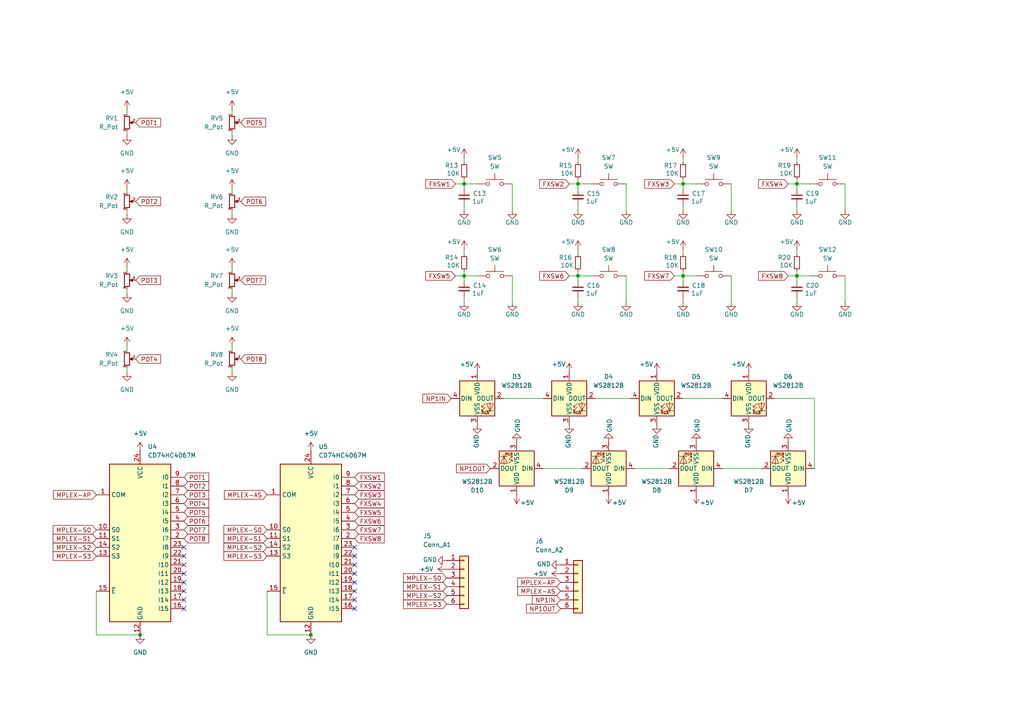
<source format=kicad_sch>
(kicad_sch (version 20231120) (generator "eeschema") (generator_version "8.0")
  (paper "A4")
  (lib_symbols
    (symbol "74xx:CD74HC4067M"
      (property "Reference" "U" (at -8.89 22.86 0))
      (property "Value" "CD74HC4067M" (at 1.27 22.86 0))
      (symbol "CD74HC4067M_0_1"
        (rectangle (start -8.89 21.59) (end 8.89 -24.13) (stroke (width 0.254)) (fill (type background)))
      )
      (symbol "CD74HC4067M_1_1"
        (pin passive line (at -12.7 12.7 0) (length 3.81) (name "COM") (number "1"))
        (pin input line (at -12.7 2.54 0) (length 3.81) (name "S0") (number "10"))
        (pin input line (at -12.7 0 0) (length 3.81) (name "S1") (number "11"))
        (pin power_in line (at 0 -27.94 90) (length 3.81) (name "GND") (number "12"))
        (pin input line (at -12.7 -5.08 0) (length 3.81) (name "S3") (number "13"))
        (pin input line (at -12.7 -2.54 0) (length 3.81) (name "S2") (number "14"))
        (pin input line (at -12.7 -15.24 0) (length 3.81) (name "~{E}") (number "15"))
        (pin passive line (at 12.7 -20.32 180) (length 3.81) (name "I15") (number "16"))
        (pin passive line (at 12.7 -17.78 180) (length 3.81) (name "I14") (number "17"))
        (pin passive line (at 12.7 -15.24 180) (length 3.81) (name "I13") (number "18"))
        (pin passive line (at 12.7 -12.7 180) (length 3.81) (name "I12") (number "19"))
        (pin passive line (at 12.7 0 180) (length 3.81) (name "I7") (number "2"))
        (pin passive line (at 12.7 -10.16 180) (length 3.81) (name "I11") (number "20"))
        (pin passive line (at 12.7 -7.62 180) (length 3.81) (name "I10") (number "21"))
        (pin passive line (at 12.7 -5.08 180) (length 3.81) (name "I9") (number "22"))
        (pin passive line (at 12.7 -2.54 180) (length 3.81) (name "I8") (number "23"))
        (pin power_in line (at 0 25.4 270) (length 3.81) (name "VCC") (number "24"))
        (pin passive line (at 12.7 2.54 180) (length 3.81) (name "I6") (number "3"))
        (pin passive line (at 12.7 5.08 180) (length 3.81) (name "I5") (number "4"))
        (pin passive line (at 12.7 7.62 180) (length 3.81) (name "I4") (number "5"))
        (pin passive line (at 12.7 10.16 180) (length 3.81) (name "I3") (number "6"))
        (pin passive line (at 12.7 12.7 180) (length 3.81) (name "I2") (number "7"))
        (pin passive line (at 12.7 15.24 180) (length 3.81) (name "I1") (number "8"))
        (pin passive line (at 12.7 17.78 180) (length 3.81) (name "I0") (number "9"))
      )
    )
    (symbol "Connector_Generic:Conn_01x06" (pin_names (offset 1.016) hide)
      (property "Reference" "J" (at 0 7.62 0))
      (property "Value" "Conn_01x06" (at 0 -10.16 0))
      (symbol "Conn_01x06_1_1"
        (rectangle (start -1.27 -7.493) (end 0 -7.747) (stroke (width 0.1524)))
        (rectangle (start -1.27 -4.953) (end 0 -5.207) (stroke (width 0.1524)))
        (rectangle (start -1.27 -2.413) (end 0 -2.667) (stroke (width 0.1524)))
        (rectangle (start -1.27 0.127) (end 0 -0.127) (stroke (width 0.1524)))
        (rectangle (start -1.27 2.667) (end 0 2.413) (stroke (width 0.1524)))
        (rectangle (start -1.27 5.207) (end 0 4.953) (stroke (width 0.1524)))
        (rectangle (start -1.27 6.35) (end 1.27 -8.89) (stroke (width 0.254)) (fill (type background)))
        (pin passive line (at -5.08 5.08 0) (length 3.81) (name "Pin_1") (number "1"))
        (pin passive line (at -5.08 2.54 0) (length 3.81) (name "Pin_2") (number "2"))
        (pin passive line (at -5.08 0 0) (length 3.81) (name "Pin_3") (number "3"))
        (pin passive line (at -5.08 -2.54 0) (length 3.81) (name "Pin_4") (number "4"))
        (pin passive line (at -5.08 -5.08 0) (length 3.81) (name "Pin_5") (number "5"))
        (pin passive line (at -5.08 -7.62 0) (length 3.81) (name "Pin_6") (number "6"))
      )
    )
    (symbol "Device:C_Small" (pin_numbers hide) (pin_names (offset 0.254) hide)
      (property "Reference" "C" (at 0.254 1.778 0))
      (property "Value" "C_Small" (at 0.254 -2.032 0))
      (symbol "C_Small_0_1"
        (polyline (pts (xy -1.524 -0.508) (xy 1.524 -0.508)) (stroke (width 0.3302)))
        (polyline (pts (xy -1.524 0.508) (xy 1.524 0.508)) (stroke (width 0.3048)))
      )
      (symbol "C_Small_1_1"
        (pin passive line (at 0 2.54 270) (length 2.032) (name "~") (number "1"))
        (pin passive line (at 0 -2.54 90) (length 2.032) (name "~") (number "2"))
      )
    )
    (symbol "Device:R_Potentiometer_Small" (pin_names (offset 1.016) hide)
      (property "Reference" "RV" (at -4.445 0 90))
      (property "Value" "R_Potentiometer_Small" (at -2.54 0 90))
      (symbol "R_Potentiometer_Small_0_1"
        (polyline (pts (xy 0.889 0) (xy 0.635 0) (xy 1.651 0.381) (xy 1.651 -0.381) (xy 0.635 0) (xy 0.889 0)) (fill (type outline)))
        (rectangle (start 0.762 1.8034) (end -0.762 -1.8034) (stroke (width 0.254)))
      )
      (symbol "R_Potentiometer_Small_1_1"
        (pin passive line (at 0 2.54 270) (length 0.635) (name "1") (number "1"))
        (pin passive line (at 2.54 0 180) (length 0.9906) (name "2") (number "2"))
        (pin passive line (at 0 -2.54 90) (length 0.635) (name "3") (number "3"))
      )
    )
    (symbol "Device:R_Small" (pin_numbers hide) (pin_names (offset 0.254) hide)
      (property "Reference" "R" (at 0.762 0.508 0))
      (property "Value" "R_Small" (at 0.762 -1.016 0))
      (symbol "R_Small_0_1"
        (rectangle (start -0.762 1.778) (end 0.762 -1.778) (stroke (width 0.2032)))
      )
      (symbol "R_Small_1_1"
        (pin passive line (at 0 2.54 270) (length 0.762) (name "~") (number "1"))
        (pin passive line (at 0 -2.54 90) (length 0.762) (name "~") (number "2"))
      )
    )
    (symbol "LED:WS2812B" (pin_names (offset 0.254))
      (property "Reference" "D" (at 5.08 5.715 0))
      (property "Value" "WS2812B" (at 1.27 -5.715 0))
      (symbol "WS2812B_0_0"
        (text "RGB" (at 2.286 -4.191 0) (effects (font (size 0.762 0.762))))
      )
      (symbol "WS2812B_0_1"
        (polyline (pts (xy 1.27 -3.556) (xy 1.778 -3.556)))
        (polyline (pts (xy 1.27 -2.54) (xy 1.778 -2.54)))
        (polyline (pts (xy 4.699 -3.556) (xy 2.667 -3.556)))
        (polyline (pts (xy 2.286 -2.54) (xy 1.27 -3.556) (xy 1.27 -3.048)))
        (polyline (pts (xy 2.286 -1.524) (xy 1.27 -2.54) (xy 1.27 -2.032)))
        (polyline (pts (xy 3.683 -1.016) (xy 3.683 -3.556) (xy 3.683 -4.064)))
        (polyline (pts (xy 4.699 -1.524) (xy 2.667 -1.524) (xy 3.683 -3.556) (xy 4.699 -1.524)))
        (rectangle (start 5.08 5.08) (end -5.08 -5.08) (stroke (width 0.254)) (fill (type background)))
      )
      (symbol "WS2812B_1_1"
        (pin power_in line (at 0 7.62 270) (length 2.54) (name "VDD") (number "1"))
        (pin output line (at 7.62 0 180) (length 2.54) (name "DOUT") (number "2"))
        (pin power_in line (at 0 -7.62 90) (length 2.54) (name "VSS") (number "3"))
        (pin input line (at -7.62 0 0) (length 2.54) (name "DIN") (number "4"))
      )
    )
    (symbol "Switch:SW_Push" (pin_numbers hide) (pin_names (offset 1.016) hide)
      (property "Reference" "SW" (at 1.27 2.54 0))
      (property "Value" "SW_Push" (at 0 -1.524 0))
      (symbol "SW_Push_0_1"
        (circle (center -2.032 0) (radius 0.508))
        (polyline (pts (xy 0 1.27) (xy 0 3.048)))
        (polyline (pts (xy 2.54 1.27) (xy -2.54 1.27)))
        (circle (center 2.032 0) (radius 0.508))
        (pin passive line (at -5.08 0 0) (length 2.54) (name "1") (number "1"))
        (pin passive line (at 5.08 0 180) (length 2.54) (name "2") (number "2"))
      )
    )
    (symbol "power:+5V" (power) (pin_numbers hide) (pin_names (offset 0) hide)
      (property "Value" "+5V" (at 0 3.556 0))
      (symbol "+5V_0_1"
        (polyline (pts (xy -0.762 1.27) (xy 0 2.54)))
        (polyline (pts (xy 0 0) (xy 0 2.54)))
        (polyline (pts (xy 0 2.54) (xy 0.762 1.27)))
      )
      (symbol "+5V_1_1"
        (pin power_in line (at 0 0 90) (length 0) (name "~") (number "1"))
      )
    )
    (symbol "power:GND" (power) (pin_numbers hide) (pin_names (offset 0) hide)
      (property "Value" "GND" (at 0 -3.81 0))
      (symbol "GND_0_1"
        (polyline (pts (xy 0 0) (xy 0 -1.27) (xy 1.27 -1.27) (xy 0 -2.54) (xy -1.27 -1.27) (xy 0 -1.27)))
      )
      (symbol "GND_1_1"
        (pin power_in line (at 0 0 270) (length 0) (name "~") (number "1"))
      )
    )
  )
  (junction (at 167.64 80.01))
  (junction (at 134.62 80.01))
  (junction (at 231.14 80.01))
  (junction (at 134.62 53.34))
  (junction (at 40.64 184.15))
  (junction (at 231.14 53.34))
  (junction (at 90.17 184.15))
  (junction (at 167.64 53.34))
  (junction (at 198.12 80.01))
  (junction (at 198.12 53.34))
  (no_connect (at 102.87 158.75))
  (no_connect (at 53.34 176.53))
  (no_connect (at 53.34 173.99))
  (no_connect (at 102.87 168.91))
  (no_connect (at 102.87 166.37))
  (no_connect (at 53.34 161.29))
  (no_connect (at 102.87 161.29))
  (no_connect (at 102.87 173.99))
  (no_connect (at 53.34 168.91))
  (no_connect (at 102.87 171.45))
  (no_connect (at 53.34 171.45))
  (no_connect (at 102.87 163.83))
  (no_connect (at 102.87 176.53))
  (no_connect (at 53.34 163.83))
  (no_connect (at 53.34 158.75))
  (no_connect (at 53.34 166.37))
  (wire (pts (xy 132.08 80.01) (xy 134.62 80.01)))
  (wire (pts (xy 209.55 135.89) (xy 220.98 135.89)))
  (wire (pts (xy 198.12 86.36) (xy 198.12 87.63)))
  (wire (pts (xy 67.31 31.75) (xy 67.31 33.02)))
  (wire (pts (xy 231.14 80.01) (xy 234.95 80.01)))
  (wire (pts (xy 231.14 80.01) (xy 231.14 78.74)))
  (wire (pts (xy 67.31 54.61) (xy 67.31 55.88)))
  (wire (pts (xy 198.12 72.39) (xy 198.12 73.66)))
  (wire (pts (xy 231.14 81.28) (xy 231.14 80.01)))
  (wire (pts (xy 198.12 59.69) (xy 198.12 60.96)))
  (wire (pts (xy 228.6 80.01) (xy 231.14 80.01)))
  (wire (pts (xy 231.14 72.39) (xy 231.14 73.66)))
  (wire (pts (xy 134.62 80.01) (xy 138.43 80.01)))
  (wire (pts (xy 77.47 184.15) (xy 90.17 184.15)))
  (wire (pts (xy 167.64 86.36) (xy 167.64 87.63)))
  (wire (pts (xy 231.14 54.61) (xy 231.14 53.34)))
  (wire (pts (xy 228.6 53.34) (xy 231.14 53.34)))
  (wire (pts (xy 67.31 60.96) (xy 67.31 62.23)))
  (wire (pts (xy 165.1 53.34) (xy 167.64 53.34)))
  (wire (pts (xy 167.64 54.61) (xy 167.64 53.34)))
  (wire (pts (xy 67.31 38.1) (xy 67.31 39.37)))
  (wire (pts (xy 245.11 53.34) (xy 245.11 60.96)))
  (wire (pts (xy 27.94 184.15) (xy 40.64 184.15)))
  (wire (pts (xy 231.14 45.72) (xy 231.14 46.99)))
  (wire (pts (xy 198.12 80.01) (xy 198.12 78.74)))
  (wire (pts (xy 236.22 115.57) (xy 236.22 135.89)))
  (wire (pts (xy 198.12 80.01) (xy 201.93 80.01)))
  (wire (pts (xy 181.61 53.34) (xy 181.61 60.96)))
  (wire (pts (xy 181.61 80.01) (xy 181.61 87.63)))
  (wire (pts (xy 198.12 115.57) (xy 209.55 115.57)))
  (wire (pts (xy 146.05 115.57) (xy 157.48 115.57)))
  (wire (pts (xy 231.14 53.34) (xy 234.95 53.34)))
  (wire (pts (xy 167.64 45.72) (xy 167.64 46.99)))
  (wire (pts (xy 195.58 80.01) (xy 198.12 80.01)))
  (wire (pts (xy 134.62 45.72) (xy 134.62 46.99)))
  (wire (pts (xy 231.14 86.36) (xy 231.14 87.63)))
  (wire (pts (xy 172.72 115.57) (xy 182.88 115.57)))
  (wire (pts (xy 67.31 83.82) (xy 67.31 85.09)))
  (wire (pts (xy 167.64 81.28) (xy 167.64 80.01)))
  (wire (pts (xy 167.64 80.01) (xy 171.45 80.01)))
  (wire (pts (xy 36.83 83.82) (xy 36.83 85.09)))
  (wire (pts (xy 212.09 53.34) (xy 212.09 60.96)))
  (wire (pts (xy 132.08 53.34) (xy 134.62 53.34)))
  (wire (pts (xy 134.62 53.34) (xy 138.43 53.34)))
  (wire (pts (xy 67.31 77.47) (xy 67.31 78.74)))
  (wire (pts (xy 148.59 80.01) (xy 148.59 87.63)))
  (wire (pts (xy 134.62 54.61) (xy 134.62 53.34)))
  (wire (pts (xy 134.62 72.39) (xy 134.62 73.66)))
  (wire (pts (xy 77.47 171.45) (xy 77.47 184.15)))
  (wire (pts (xy 198.12 54.61) (xy 198.12 53.34)))
  (wire (pts (xy 167.64 53.34) (xy 171.45 53.34)))
  (wire (pts (xy 167.64 80.01) (xy 167.64 78.74)))
  (wire (pts (xy 67.31 100.33) (xy 67.31 101.6)))
  (wire (pts (xy 224.79 115.57) (xy 236.22 115.57)))
  (wire (pts (xy 167.64 53.34) (xy 167.64 52.07)))
  (wire (pts (xy 36.83 106.68) (xy 36.83 107.95)))
  (wire (pts (xy 134.62 86.36) (xy 134.62 87.63)))
  (wire (pts (xy 165.1 80.01) (xy 167.64 80.01)))
  (wire (pts (xy 134.62 53.34) (xy 134.62 52.07)))
  (wire (pts (xy 134.62 81.28) (xy 134.62 80.01)))
  (wire (pts (xy 36.83 77.47) (xy 36.83 78.74)))
  (wire (pts (xy 36.83 54.61) (xy 36.83 55.88)))
  (wire (pts (xy 231.14 59.69) (xy 231.14 60.96)))
  (wire (pts (xy 231.14 53.34) (xy 231.14 52.07)))
  (wire (pts (xy 195.58 53.34) (xy 198.12 53.34)))
  (wire (pts (xy 36.83 100.33) (xy 36.83 101.6)))
  (wire (pts (xy 27.94 171.45) (xy 27.94 184.15)))
  (wire (pts (xy 157.48 135.89) (xy 168.91 135.89)))
  (wire (pts (xy 148.59 53.34) (xy 148.59 60.96)))
  (wire (pts (xy 184.15 135.89) (xy 194.31 135.89)))
  (wire (pts (xy 167.64 72.39) (xy 167.64 73.66)))
  (wire (pts (xy 198.12 81.28) (xy 198.12 80.01)))
  (wire (pts (xy 245.11 80.01) (xy 245.11 87.63)))
  (wire (pts (xy 36.83 38.1) (xy 36.83 39.37)))
  (wire (pts (xy 198.12 53.34) (xy 198.12 52.07)))
  (wire (pts (xy 67.31 106.68) (xy 67.31 107.95)))
  (wire (pts (xy 134.62 59.69) (xy 134.62 60.96)))
  (wire (pts (xy 36.83 60.96) (xy 36.83 62.23)))
  (wire (pts (xy 198.12 53.34) (xy 201.93 53.34)))
  (wire (pts (xy 198.12 45.72) (xy 198.12 46.99)))
  (wire (pts (xy 167.64 59.69) (xy 167.64 60.96)))
  (wire (pts (xy 134.62 80.01) (xy 134.62 78.74)))
  (wire (pts (xy 36.83 31.75) (xy 36.83 33.02)))
  (wire (pts (xy 212.09 80.01) (xy 212.09 87.63)))
  (global_label "MPLEX-S0" (shape input) (at 27.94 153.67 180) (property "Intersheetrefs" "${INTERSHEET_REFS}" (effects (hide yes))))
  (global_label "MPLEX-AP" (shape input) (at 27.94 143.51 180) (property "Intersheetrefs" "${INTERSHEET_REFS}" (effects (hide yes))))
  (global_label "FXSW7" (shape input) (at 102.87 153.67 0) (property "Intersheetrefs" "${INTERSHEET_REFS}" (effects (hide yes))))
  (global_label "FXSW8" (shape input) (at 228.6 80.01 180) (property "Intersheetrefs" "${INTERSHEET_REFS}" (effects (hide yes))))
  (global_label "FXSW5" (shape input) (at 132.08 80.01 180) (property "Intersheetrefs" "${INTERSHEET_REFS}" (effects (hide yes))))
  (global_label "FXSW6" (shape input) (at 102.87 151.13 0) (property "Intersheetrefs" "${INTERSHEET_REFS}" (effects (hide yes))))
  (global_label "MPLEX-S1" (shape input) (at 77.47 156.21 180) (property "Intersheetrefs" "${INTERSHEET_REFS}" (effects (hide yes))))
  (global_label "POT2" (shape input) (at 39.37 58.42 0) (property "Intersheetrefs" "${INTERSHEET_REFS}" (effects (hide yes))))
  (global_label "MPLEX-S3" (shape input) (at 129.54 175.26 180) (property "Intersheetrefs" "${INTERSHEET_REFS}" (effects (hide yes))))
  (global_label "POT1" (shape input) (at 39.37 35.56 0) (property "Intersheetrefs" "${INTERSHEET_REFS}" (effects (hide yes))))
  (global_label "FXSW7" (shape input) (at 195.58 80.01 180) (property "Intersheetrefs" "${INTERSHEET_REFS}" (effects (hide yes))))
  (global_label "MPLEX-S0" (shape input) (at 77.47 153.67 180) (property "Intersheetrefs" "${INTERSHEET_REFS}" (effects (hide yes))))
  (global_label "FXSW4" (shape input) (at 102.87 146.05 0) (property "Intersheetrefs" "${INTERSHEET_REFS}" (effects (hide yes))))
  (global_label "MPLEX-AP" (shape input) (at 162.56 168.91 180) (property "Intersheetrefs" "${INTERSHEET_REFS}" (effects (hide yes))))
  (global_label "NP1IN" (shape input) (at 130.81 115.57 180) (property "Intersheetrefs" "${INTERSHEET_REFS}" (effects (hide yes))))
  (global_label "FXSW5" (shape input) (at 102.87 148.59 0) (property "Intersheetrefs" "${INTERSHEET_REFS}" (effects (hide yes))))
  (global_label "FXSW4" (shape input) (at 228.6 53.34 180) (property "Intersheetrefs" "${INTERSHEET_REFS}" (effects (hide yes))))
  (global_label "POT2" (shape input) (at 53.34 140.97 0) (property "Intersheetrefs" "${INTERSHEET_REFS}" (effects (hide yes))))
  (global_label "NP1OUT" (shape input) (at 162.56 176.53 180) (property "Intersheetrefs" "${INTERSHEET_REFS}" (effects (hide yes))))
  (global_label "FXSW1" (shape input) (at 132.08 53.34 180) (property "Intersheetrefs" "${INTERSHEET_REFS}" (effects (hide yes))))
  (global_label "POT3" (shape input) (at 39.37 81.28 0) (property "Intersheetrefs" "${INTERSHEET_REFS}" (effects (hide yes))))
  (global_label "POT5" (shape input) (at 69.85 35.56 0) (property "Intersheetrefs" "${INTERSHEET_REFS}" (effects (hide yes))))
  (global_label "MPLEX-S1" (shape input) (at 27.94 156.21 180) (property "Intersheetrefs" "${INTERSHEET_REFS}" (effects (hide yes))))
  (global_label "FXSW2" (shape input) (at 165.1 53.34 180) (property "Intersheetrefs" "${INTERSHEET_REFS}" (effects (hide yes))))
  (global_label "MPLEX-S1" (shape input) (at 129.54 170.18 180) (property "Intersheetrefs" "${INTERSHEET_REFS}" (effects (hide yes))))
  (global_label "MPLEX-S3" (shape input) (at 77.47 161.29 180) (property "Intersheetrefs" "${INTERSHEET_REFS}" (effects (hide yes))))
  (global_label "MPLEX-AS" (shape input) (at 77.47 143.51 180) (property "Intersheetrefs" "${INTERSHEET_REFS}" (effects (hide yes))))
  (global_label "FXSW3" (shape input) (at 195.58 53.34 180) (property "Intersheetrefs" "${INTERSHEET_REFS}" (effects (hide yes))))
  (global_label "POT4" (shape input) (at 53.34 146.05 0) (property "Intersheetrefs" "${INTERSHEET_REFS}" (effects (hide yes))))
  (global_label "POT8" (shape input) (at 69.85 104.14 0) (property "Intersheetrefs" "${INTERSHEET_REFS}" (effects (hide yes))))
  (global_label "POT3" (shape input) (at 53.34 143.51 0) (property "Intersheetrefs" "${INTERSHEET_REFS}" (effects (hide yes))))
  (global_label "MPLEX-AS" (shape input) (at 162.56 171.45 180) (property "Intersheetrefs" "${INTERSHEET_REFS}" (effects (hide yes))))
  (global_label "POT7" (shape input) (at 53.34 153.67 0) (property "Intersheetrefs" "${INTERSHEET_REFS}" (effects (hide yes))))
  (global_label "FXSW8" (shape input) (at 102.87 156.21 0) (property "Intersheetrefs" "${INTERSHEET_REFS}" (effects (hide yes))))
  (global_label "NP1OUT" (shape input) (at 142.24 135.89 180) (property "Intersheetrefs" "${INTERSHEET_REFS}" (effects (hide yes))))
  (global_label "NP1IN" (shape input) (at 162.56 173.99 180) (property "Intersheetrefs" "${INTERSHEET_REFS}" (effects (hide yes))))
  (global_label "POT6" (shape input) (at 69.85 58.42 0) (property "Intersheetrefs" "${INTERSHEET_REFS}" (effects (hide yes))))
  (global_label "MPLEX-S3" (shape input) (at 27.94 161.29 180) (property "Intersheetrefs" "${INTERSHEET_REFS}" (effects (hide yes))))
  (global_label "POT8" (shape input) (at 53.34 156.21 0) (property "Intersheetrefs" "${INTERSHEET_REFS}" (effects (hide yes))))
  (global_label "POT7" (shape input) (at 69.85 81.28 0) (property "Intersheetrefs" "${INTERSHEET_REFS}" (effects (hide yes))))
  (global_label "POT4" (shape input) (at 39.37 104.14 0) (property "Intersheetrefs" "${INTERSHEET_REFS}" (effects (hide yes))))
  (global_label "POT1" (shape input) (at 53.34 138.43 0) (property "Intersheetrefs" "${INTERSHEET_REFS}" (effects (hide yes))))
  (global_label "FXSW6" (shape input) (at 165.1 80.01 180) (property "Intersheetrefs" "${INTERSHEET_REFS}" (effects (hide yes))))
  (global_label "MPLEX-S2" (shape input) (at 77.47 158.75 180) (property "Intersheetrefs" "${INTERSHEET_REFS}" (effects (hide yes))))
  (global_label "POT6" (shape input) (at 53.34 151.13 0) (property "Intersheetrefs" "${INTERSHEET_REFS}" (effects (hide yes))))
  (global_label "FXSW3" (shape input) (at 102.87 143.51 0) (property "Intersheetrefs" "${INTERSHEET_REFS}" (effects (hide yes))))
  (global_label "MPLEX-S2" (shape input) (at 129.54 172.72 180) (property "Intersheetrefs" "${INTERSHEET_REFS}" (effects (hide yes))))
  (global_label "MPLEX-S2" (shape input) (at 27.94 158.75 180) (property "Intersheetrefs" "${INTERSHEET_REFS}" (effects (hide yes))))
  (global_label "POT5" (shape input) (at 53.34 148.59 0) (property "Intersheetrefs" "${INTERSHEET_REFS}" (effects (hide yes))))
  (global_label "MPLEX-S0" (shape input) (at 129.54 167.64 180) (property "Intersheetrefs" "${INTERSHEET_REFS}" (effects (hide yes))))
  (global_label "FXSW1" (shape input) (at 102.87 138.43 0) (property "Intersheetrefs" "${INTERSHEET_REFS}" (effects (hide yes))))
  (global_label "FXSW2" (shape input) (at 102.87 140.97 0) (property "Intersheetrefs" "${INTERSHEET_REFS}" (effects (hide yes))))
  (symbol (lib_id "Device:R_Potentiometer_Small") (at 36.83 35.56 0) (unit 1)
    (property "Reference" "RV1" (at 34.29 34.2899 0) (effects (justify right)))
    (property "Value" "R_Pot" (at 34.29 36.8299 0) (effects (justify right)))
    (property "Description" "Potentiometer" (effects (hide yes)))
  )
  (symbol (lib_id "LED:WS2812B") (at 217.17 115.57 0) (unit 1)
    (property "Reference" "D6" (at 228.6 109.2514 0))
    (property "Value" "WS2812B" (at 228.6 111.7914 0))
    (property "Footprint" "LED_SMD:LED_WS2812B_PLCC4_5.0x5.0mm_P3.2mm" (effects (hide yes)))
    (property "Datasheet" "https://cdn-shop.adafruit.com/datasheets/WS2812B.pdf" (effects (hide yes)))
    (property "Description" "RGB LED with integrated controller" (effects (hide yes)))
  )
  (symbol (lib_id "Switch:SW_Push") (at 207.01 80.01 0) (unit 1)
    (property "Reference" "SW10" (at 207.01 72.39 0))
    (property "Value" "SW" (at 207.01 74.93 0))
    (property "Description" "Push button switch, generic, two pins" (effects (hide yes)))
  )
  (symbol (lib_id "power:GND") (at 67.31 85.09 0) (mirror y) (unit 1)
    (property "Reference" "#PWR014" (effects (hide yes)))
    (property "Value" "GND" (at 67.31 90.17 0))
    (property "Description" "Power symbol creates a global label with name \"GND\" , ground" (effects (hide yes)))
  )
  (symbol (lib_id "power:GND") (at 201.93 128.27 0) (mirror x) (unit 1)
    (property "Reference" "#PWR0103" (effects (hide yes)))
    (property "Value" "GND" (at 202.184 123.444 90))
    (property "Description" "Power symbol creates a global label with name \"GND\" , ground" (effects (hide yes)))
  )
  (symbol (lib_id "power:GND") (at 134.62 60.96 0) (mirror y) (unit 1)
    (property "Reference" "#PWR050" (effects (hide yes)))
    (property "Value" "GND" (at 134.62 64.516 0))
    (property "Description" "Power symbol creates a global label with name \"GND\" , ground" (effects (hide yes)))
  )
  (symbol (lib_id "Device:R_Small") (at 167.64 76.2 0) (unit 1)
    (property "Reference" "R16" (at 162.052 74.676 0) (effects (justify left)))
    (property "Value" "10K" (at 162.56 76.962 0) (effects (justify left)))
    (property "Description" "Resistor, small symbol" (effects (hide yes)))
  )
  (symbol (lib_id "Device:R_Small") (at 134.62 76.2 0) (unit 1)
    (property "Reference" "R14" (at 129.032 74.676 0) (effects (justify left)))
    (property "Value" "10K" (at 129.54 76.962 0) (effects (justify left)))
    (property "Description" "Resistor, small symbol" (effects (hide yes)))
  )
  (symbol (lib_id "Device:R_Small") (at 231.14 49.53 0) (unit 1)
    (property "Reference" "R19" (at 225.552 48.006 0) (effects (justify left)))
    (property "Value" "10K" (at 226.06 50.292 0) (effects (justify left)))
    (property "Description" "Resistor, small symbol" (effects (hide yes)))
  )
  (symbol (lib_id "power:GND") (at 149.86 128.27 0) (mirror x) (unit 1)
    (property "Reference" "#PWR0107" (effects (hide yes)))
    (property "Value" "GND" (at 150.114 123.444 90))
    (property "Description" "Power symbol creates a global label with name \"GND\" , ground" (effects (hide yes)))
  )
  (symbol (lib_id "power:GND") (at 245.11 87.63 0) (mirror y) (unit 1)
    (property "Reference" "#PWR072" (effects (hide yes)))
    (property "Value" "GND" (at 245.11 91.186 0))
    (property "Description" "Power symbol creates a global label with name \"GND\" , ground" (effects (hide yes)))
  )
  (symbol (lib_id "power:+5V") (at 201.93 143.51 180) (unit 1)
    (property "Reference" "#PWR0102" (effects (hide yes)))
    (property "Value" "+5V" (at 204.978 145.796 0))
    (property "Description" "Power symbol creates a global label with name \"+5V\"" (effects (hide yes)))
  )
  (symbol (lib_id "74xx:CD74HC4067M") (at 90.17 156.21 0) (unit 1)
    (property "Reference" "U5" (at 92.3641 129.54 0) (effects (justify left)))
    (property "Value" "CD74HC4067M" (at 92.3641 132.08 0) (effects (justify left)))
    (property "Footprint" "Package_SO:SOIC-24W_7.5x15.4mm_P1.27mm" (effects (hide yes)))
    (property "Datasheet" "http://www.ti.com/lit/ds/symlink/cd74hc4067.pdf" (effects (hide yes)))
    (property "Description" "High-Speed CMOS Logic 16-Channel Analog Multiplexer/Demultiplexer, SOIC-24" (effects (hide yes)))
  )
  (symbol (lib_id "Device:R_Potentiometer_Small") (at 67.31 58.42 0) (unit 1)
    (property "Reference" "RV6" (at 64.77 57.1499 0) (effects (justify right)))
    (property "Value" "R_Pot" (at 64.77 59.6899 0) (effects (justify right)))
    (property "Description" "Potentiometer" (effects (hide yes)))
  )
  (symbol (lib_id "Device:R_Potentiometer_Small") (at 67.31 35.56 0) (unit 1)
    (property "Reference" "RV5" (at 64.77 34.2899 0) (effects (justify right)))
    (property "Value" "R_Pot" (at 64.77 36.8299 0) (effects (justify right)))
    (property "Description" "Potentiometer" (effects (hide yes)))
  )
  (symbol (lib_id "Device:R_Small") (at 167.64 49.53 0) (unit 1)
    (property "Reference" "R15" (at 162.052 48.006 0) (effects (justify left)))
    (property "Value" "10K" (at 162.56 50.292 0) (effects (justify left)))
    (property "Description" "Resistor, small symbol" (effects (hide yes)))
  )
  (symbol (lib_id "Device:R_Small") (at 134.62 49.53 0) (unit 1)
    (property "Reference" "R13" (at 129.032 48.006 0) (effects (justify left)))
    (property "Value" "10K" (at 129.54 50.292 0) (effects (justify left)))
    (property "Description" "Resistor, small symbol" (effects (hide yes)))
  )
  (symbol (lib_id "power:+5V") (at 36.83 31.75 0) (unit 1)
    (property "Reference" "#PWR01" (effects (hide yes)))
    (property "Value" "+5V" (at 36.83 26.67 0))
    (property "Description" "Power symbol creates a global label with name \"+5V\"" (effects (hide yes)))
  )
  (symbol (lib_id "power:GND") (at 36.83 85.09 0) (mirror y) (unit 1)
    (property "Reference" "#PWR06" (effects (hide yes)))
    (property "Value" "GND" (at 36.83 90.17 0))
    (property "Description" "Power symbol creates a global label with name \"GND\" , ground" (effects (hide yes)))
  )
  (symbol (lib_id "power:GND") (at 167.64 87.63 0) (mirror y) (unit 1)
    (property "Reference" "#PWR058" (effects (hide yes)))
    (property "Value" "GND" (at 167.64 91.186 0))
    (property "Description" "Power symbol creates a global label with name \"GND\" , ground" (effects (hide yes)))
  )
  (symbol (lib_id "power:+5V") (at 134.62 72.39 0) (unit 1)
    (property "Reference" "#PWR051" (effects (hide yes)))
    (property "Value" "+5V" (at 131.572 70.104 0))
    (property "Description" "Power symbol creates a global label with name \"+5V\"" (effects (hide yes)))
  )
  (symbol (lib_id "LED:WS2812B") (at 228.6 135.89 180) (unit 1)
    (property "Reference" "D7" (at 217.17 142.2086 0))
    (property "Value" "WS2812B" (at 217.17 139.6686 0))
    (property "Footprint" "LED_SMD:LED_WS2812B_PLCC4_5.0x5.0mm_P3.2mm" (effects (hide yes)))
    (property "Datasheet" "https://cdn-shop.adafruit.com/datasheets/WS2812B.pdf" (effects (hide yes)))
    (property "Description" "RGB LED with integrated controller" (effects (hide yes)))
  )
  (symbol (lib_id "Switch:SW_Push") (at 207.01 53.34 0) (unit 1)
    (property "Reference" "SW9" (at 207.01 45.72 0))
    (property "Value" "SW" (at 207.01 48.26 0))
    (property "Description" "Push button switch, generic, two pins" (effects (hide yes)))
  )
  (symbol (lib_id "Switch:SW_Push") (at 176.53 53.34 0) (unit 1)
    (property "Reference" "SW7" (at 176.53 45.72 0))
    (property "Value" "SW" (at 176.53 48.26 0))
    (property "Description" "Push button switch, generic, two pins" (effects (hide yes)))
  )
  (symbol (lib_id "Device:C_Small") (at 231.14 57.15 0) (unit 1)
    (property "Reference" "C19" (at 233.68 56.134 0) (effects (justify left)))
    (property "Value" "1uF" (at 233.426 58.42 0) (effects (justify left)))
    (property "Description" "Unpolarized capacitor, small symbol" (effects (hide yes)))
  )
  (symbol (lib_id "power:+5V") (at 40.64 130.81 0) (unit 1)
    (property "Reference" "#PWR0108" (effects (hide yes)))
    (property "Value" "+5V" (at 40.64 125.73 0))
    (property "Description" "Power symbol creates a global label with name \"+5V\"" (effects (hide yes)))
  )
  (symbol (lib_id "power:+5V") (at 36.83 77.47 0) (unit 1)
    (property "Reference" "#PWR05" (effects (hide yes)))
    (property "Value" "+5V" (at 36.83 72.39 0))
    (property "Description" "Power symbol creates a global label with name \"+5V\"" (effects (hide yes)))
  )
  (symbol (lib_id "power:+5V") (at 167.64 72.39 0) (unit 1)
    (property "Reference" "#PWR057" (effects (hide yes)))
    (property "Value" "+5V" (at 164.592 70.104 0))
    (property "Description" "Power symbol creates a global label with name \"+5V\"" (effects (hide yes)))
  )
  (symbol (lib_id "Device:R_Small") (at 198.12 49.53 0) (unit 1)
    (property "Reference" "R17" (at 192.532 48.006 0) (effects (justify left)))
    (property "Value" "10K" (at 193.04 50.292 0) (effects (justify left)))
    (property "Description" "Resistor, small symbol" (effects (hide yes)))
  )
  (symbol (lib_id "power:+5V") (at 198.12 72.39 0) (unit 1)
    (property "Reference" "#PWR063" (effects (hide yes)))
    (property "Value" "+5V" (at 195.072 70.104 0))
    (property "Description" "Power symbol creates a global label with name \"+5V\"" (effects (hide yes)))
  )
  (symbol (lib_id "power:GND") (at 167.64 60.96 0) (mirror y) (unit 1)
    (property "Reference" "#PWR056" (effects (hide yes)))
    (property "Value" "GND" (at 167.64 64.516 0))
    (property "Description" "Power symbol creates a global label with name \"GND\" , ground" (effects (hide yes)))
  )
  (symbol (lib_id "power:GND") (at 231.14 60.96 0) (mirror y) (unit 1)
    (property "Reference" "#PWR068" (effects (hide yes)))
    (property "Value" "GND" (at 231.14 64.516 0))
    (property "Description" "Power symbol creates a global label with name \"GND\" , ground" (effects (hide yes)))
  )
  (symbol (lib_id "power:+5V") (at 67.31 31.75 0) (unit 1)
    (property "Reference" "#PWR09" (effects (hide yes)))
    (property "Value" "+5V" (at 67.31 26.67 0))
    (property "Description" "Power symbol creates a global label with name \"+5V\"" (effects (hide yes)))
  )
  (symbol (lib_id "power:GND") (at 165.1 123.19 0) (mirror y) (unit 1)
    (property "Reference" "#PWR095" (effects (hide yes)))
    (property "Value" "GND" (at 164.846 128.016 90))
    (property "Description" "Power symbol creates a global label with name \"GND\" , ground" (effects (hide yes)))
  )
  (symbol (lib_id "Device:C_Small") (at 231.14 83.82 0) (unit 1)
    (property "Reference" "C20" (at 233.68 82.804 0) (effects (justify left)))
    (property "Value" "1uF" (at 233.426 85.09 0) (effects (justify left)))
    (property "Description" "Unpolarized capacitor, small symbol" (effects (hide yes)))
  )
  (symbol (lib_id "Device:R_Potentiometer_Small") (at 67.31 81.28 0) (unit 1)
    (property "Reference" "RV7" (at 64.77 80.0099 0) (effects (justify right)))
    (property "Value" "R_Pot" (at 64.77 82.5499 0) (effects (justify right)))
    (property "Description" "Potentiometer" (effects (hide yes)))
  )
  (symbol (lib_id "power:+5V") (at 134.62 45.72 0) (unit 1)
    (property "Reference" "#PWR049" (effects (hide yes)))
    (property "Value" "+5V" (at 131.572 43.434 0))
    (property "Description" "Power symbol creates a global label with name \"+5V\"" (effects (hide yes)))
  )
  (symbol (lib_id "power:GND") (at 36.83 107.95 0) (mirror y) (unit 1)
    (property "Reference" "#PWR08" (effects (hide yes)))
    (property "Value" "GND" (at 36.83 113.03 0))
    (property "Description" "Power symbol creates a global label with name \"GND\" , ground" (effects (hide yes)))
  )
  (symbol (lib_id "74xx:CD74HC4067M") (at 40.64 156.21 0) (unit 1)
    (property "Reference" "U4" (at 42.8341 129.54 0) (effects (justify left)))
    (property "Value" "CD74HC4067M" (at 42.8341 132.08 0) (effects (justify left)))
    (property "Footprint" "Package_SO:SOIC-24W_7.5x15.4mm_P1.27mm" (effects (hide yes)))
    (property "Datasheet" "http://www.ti.com/lit/ds/symlink/cd74hc4067.pdf" (effects (hide yes)))
    (property "Description" "High-Speed CMOS Logic 16-Channel Analog Multiplexer/Demultiplexer, SOIC-24" (effects (hide yes)))
  )
  (symbol (lib_id "power:+5V") (at 231.14 72.39 0) (unit 1)
    (property "Reference" "#PWR069" (effects (hide yes)))
    (property "Value" "+5V" (at 228.092 70.104 0))
    (property "Description" "Power symbol creates a global label with name \"+5V\"" (effects (hide yes)))
  )
  (symbol (lib_id "power:+5V") (at 176.53 143.51 180) (unit 1)
    (property "Reference" "#PWR0104" (effects (hide yes)))
    (property "Value" "+5V" (at 179.578 145.796 0))
    (property "Description" "Power symbol creates a global label with name \"+5V\"" (effects (hide yes)))
  )
  (symbol (lib_id "LED:WS2812B") (at 190.5 115.57 0) (unit 1)
    (property "Reference" "D5" (at 201.93 109.2514 0))
    (property "Value" "WS2812B" (at 201.93 111.7914 0))
    (property "Footprint" "LED_SMD:LED_WS2812B_PLCC4_5.0x5.0mm_P3.2mm" (effects (hide yes)))
    (property "Datasheet" "https://cdn-shop.adafruit.com/datasheets/WS2812B.pdf" (effects (hide yes)))
    (property "Description" "RGB LED with integrated controller" (effects (hide yes)))
  )
  (symbol (lib_id "power:GND") (at 40.64 184.15 0) (mirror y) (unit 1)
    (property "Reference" "#PWR0110" (effects (hide yes)))
    (property "Value" "GND" (at 40.64 189.23 0))
    (property "Description" "Power symbol creates a global label with name \"GND\" , ground" (effects (hide yes)))
  )
  (symbol (lib_id "power:+5V") (at 129.54 165.1 90) (unit 1)
    (property "Reference" "#PWR0114" (effects (hide yes)))
    (property "Value" "+5V" (at 125.73 165.0999 90) (effects (justify left)))
    (property "Description" "Power symbol creates a global label with name \"+5V\"" (effects (hide yes)))
  )
  (symbol (lib_id "power:+5V") (at 67.31 100.33 0) (unit 1)
    (property "Reference" "#PWR015" (effects (hide yes)))
    (property "Value" "+5V" (at 67.31 95.25 0))
    (property "Description" "Power symbol creates a global label with name \"+5V\"" (effects (hide yes)))
  )
  (symbol (lib_id "power:GND") (at 198.12 87.63 0) (mirror y) (unit 1)
    (property "Reference" "#PWR064" (effects (hide yes)))
    (property "Value" "GND" (at 198.12 91.186 0))
    (property "Description" "Power symbol creates a global label with name \"GND\" , ground" (effects (hide yes)))
  )
  (symbol (lib_id "Device:R_Potentiometer_Small") (at 36.83 58.42 0) (unit 1)
    (property "Reference" "RV2" (at 34.29 57.1499 0) (effects (justify right)))
    (property "Value" "R_Pot" (at 34.29 59.6899 0) (effects (justify right)))
    (property "Description" "Potentiometer" (effects (hide yes)))
  )
  (symbol (lib_id "power:GND") (at 90.17 184.15 0) (mirror y) (unit 1)
    (property "Reference" "#PWR0111" (effects (hide yes)))
    (property "Value" "GND" (at 90.17 189.23 0))
    (property "Description" "Power symbol creates a global label with name \"GND\" , ground" (effects (hide yes)))
  )
  (symbol (lib_id "power:GND") (at 162.56 163.83 270) (mirror x) (unit 1)
    (property "Reference" "#PWR0113" (effects (hide yes)))
    (property "Value" "GND" (at 157.734 163.576 90))
    (property "Description" "Power symbol creates a global label with name \"GND\" , ground" (effects (hide yes)))
  )
  (symbol (lib_id "Switch:SW_Push") (at 240.03 53.34 0) (unit 1)
    (property "Reference" "SW11" (at 240.03 45.72 0))
    (property "Value" "SW" (at 240.03 48.26 0))
    (property "Description" "Push button switch, generic, two pins" (effects (hide yes)))
  )
  (symbol (lib_id "Device:R_Potentiometer_Small") (at 36.83 81.28 0) (unit 1)
    (property "Reference" "RV3" (at 34.29 80.0099 0) (effects (justify right)))
    (property "Value" "R_Pot" (at 34.29 82.5499 0) (effects (justify right)))
    (property "Description" "Potentiometer" (effects (hide yes)))
  )
  (symbol (lib_id "Device:R_Potentiometer_Small") (at 36.83 104.14 0) (unit 1)
    (property "Reference" "RV4" (at 34.29 102.8699 0) (effects (justify right)))
    (property "Value" "R_Pot" (at 34.29 105.4099 0) (effects (justify right)))
    (property "Description" "Potentiometer" (effects (hide yes)))
  )
  (symbol (lib_id "Device:C_Small") (at 134.62 57.15 0) (unit 1)
    (property "Reference" "C13" (at 137.16 56.134 0) (effects (justify left)))
    (property "Value" "1uF" (at 136.906 58.42 0) (effects (justify left)))
    (property "Description" "Unpolarized capacitor, small symbol" (effects (hide yes)))
  )
  (symbol (lib_id "power:+5V") (at 167.64 45.72 0) (unit 1)
    (property "Reference" "#PWR055" (effects (hide yes)))
    (property "Value" "+5V" (at 164.592 43.434 0))
    (property "Description" "Power symbol creates a global label with name \"+5V\"" (effects (hide yes)))
  )
  (symbol (lib_id "power:GND") (at 148.59 60.96 0) (mirror y) (unit 1)
    (property "Reference" "#PWR053" (effects (hide yes)))
    (property "Value" "GND" (at 148.59 64.516 0))
    (property "Description" "Power symbol creates a global label with name \"GND\" , ground" (effects (hide yes)))
  )
  (symbol (lib_id "power:GND") (at 231.14 87.63 0) (mirror y) (unit 1)
    (property "Reference" "#PWR070" (effects (hide yes)))
    (property "Value" "GND" (at 231.14 91.186 0))
    (property "Description" "Power symbol creates a global label with name \"GND\" , ground" (effects (hide yes)))
  )
  (symbol (lib_id "Device:C_Small") (at 134.62 83.82 0) (unit 1)
    (property "Reference" "C14" (at 137.16 82.804 0) (effects (justify left)))
    (property "Value" "1uF" (at 136.906 85.09 0) (effects (justify left)))
    (property "Description" "Unpolarized capacitor, small symbol" (effects (hide yes)))
  )
  (symbol (lib_id "power:+5V") (at 162.56 166.37 90) (unit 1)
    (property "Reference" "#PWR0115" (effects (hide yes)))
    (property "Value" "+5V" (at 158.75 166.3699 90) (effects (justify left)))
    (property "Description" "Power symbol creates a global label with name \"+5V\"" (effects (hide yes)))
  )
  (symbol (lib_id "power:GND") (at 67.31 62.23 0) (mirror y) (unit 1)
    (property "Reference" "#PWR012" (effects (hide yes)))
    (property "Value" "GND" (at 67.31 67.31 0))
    (property "Description" "Power symbol creates a global label with name \"GND\" , ground" (effects (hide yes)))
  )
  (symbol (lib_id "Connector_Generic:Conn_01x06") (at 167.64 168.91 0) (unit 1)
    (property "Reference" "J6" (at 155.194 156.972 0) (effects (justify left)))
    (property "Value" "Conn_A2" (at 155.194 159.512 0) (effects (justify left)))
    (property "Description" "Generic connector, single row, 01x06, script generated (kicad-library-utils/schlib/autogen/connector/)" (effects (hide yes)))
  )
  (symbol (lib_id "power:GND") (at 129.54 162.56 270) (mirror x) (unit 1)
    (property "Reference" "#PWR0112" (effects (hide yes)))
    (property "Value" "GND" (at 124.714 162.306 90))
    (property "Description" "Power symbol creates a global label with name \"GND\" , ground" (effects (hide yes)))
  )
  (symbol (lib_id "power:+5V") (at 36.83 54.61 0) (unit 1)
    (property "Reference" "#PWR03" (effects (hide yes)))
    (property "Value" "+5V" (at 36.83 49.53 0))
    (property "Description" "Power symbol creates a global label with name \"+5V\"" (effects (hide yes)))
  )
  (symbol (lib_id "Device:R_Small") (at 231.14 76.2 0) (unit 1)
    (property "Reference" "R20" (at 225.552 74.676 0) (effects (justify left)))
    (property "Value" "10K" (at 226.06 76.962 0) (effects (justify left)))
    (property "Description" "Resistor, small symbol" (effects (hide yes)))
  )
  (symbol (lib_id "power:+5V") (at 228.6 143.51 180) (unit 1)
    (property "Reference" "#PWR0100" (effects (hide yes)))
    (property "Value" "+5V" (at 231.648 145.796 0))
    (property "Description" "Power symbol creates a global label with name \"+5V\"" (effects (hide yes)))
  )
  (symbol (lib_id "power:GND") (at 36.83 39.37 0) (mirror y) (unit 1)
    (property "Reference" "#PWR02" (effects (hide yes)))
    (property "Value" "GND" (at 36.83 44.45 0))
    (property "Description" "Power symbol creates a global label with name \"GND\" , ground" (effects (hide yes)))
  )
  (symbol (lib_id "power:GND") (at 228.6 128.27 0) (mirror x) (unit 1)
    (property "Reference" "#PWR0101" (effects (hide yes)))
    (property "Value" "GND" (at 228.854 123.444 90))
    (property "Description" "Power symbol creates a global label with name \"GND\" , ground" (effects (hide yes)))
  )
  (symbol (lib_id "power:+5V") (at 67.31 77.47 0) (unit 1)
    (property "Reference" "#PWR013" (effects (hide yes)))
    (property "Value" "+5V" (at 67.31 72.39 0))
    (property "Description" "Power symbol creates a global label with name \"+5V\"" (effects (hide yes)))
  )
  (symbol (lib_id "power:+5V") (at 67.31 54.61 0) (unit 1)
    (property "Reference" "#PWR011" (effects (hide yes)))
    (property "Value" "+5V" (at 67.31 49.53 0))
    (property "Description" "Power symbol creates a global label with name \"+5V\"" (effects (hide yes)))
  )
  (symbol (lib_id "power:GND") (at 67.31 39.37 0) (mirror y) (unit 1)
    (property "Reference" "#PWR010" (effects (hide yes)))
    (property "Value" "GND" (at 67.31 44.45 0))
    (property "Description" "Power symbol creates a global label with name \"GND\" , ground" (effects (hide yes)))
  )
  (symbol (lib_id "power:GND") (at 212.09 87.63 0) (mirror y) (unit 1)
    (property "Reference" "#PWR066" (effects (hide yes)))
    (property "Value" "GND" (at 212.09 91.186 0))
    (property "Description" "Power symbol creates a global label with name \"GND\" , ground" (effects (hide yes)))
  )
  (symbol (lib_id "power:+5V") (at 217.17 107.95 0) (unit 1)
    (property "Reference" "#PWR098" (effects (hide yes)))
    (property "Value" "+5V" (at 214.122 105.664 0))
    (property "Description" "Power symbol creates a global label with name \"+5V\"" (effects (hide yes)))
  )
  (symbol (lib_id "Connector_Generic:Conn_01x06") (at 134.62 167.64 0) (unit 1)
    (property "Reference" "J5" (at 122.682 155.448 0) (effects (justify left)))
    (property "Value" "Conn_A1" (at 122.682 157.988 0) (effects (justify left)))
    (property "Description" "Generic connector, single row, 01x06, script generated (kicad-library-utils/schlib/autogen/connector/)" (effects (hide yes)))
  )
  (symbol (lib_id "power:GND") (at 181.61 87.63 0) (mirror y) (unit 1)
    (property "Reference" "#PWR060" (effects (hide yes)))
    (property "Value" "GND" (at 181.61 91.186 0))
    (property "Description" "Power symbol creates a global label with name \"GND\" , ground" (effects (hide yes)))
  )
  (symbol (lib_id "power:+5V") (at 198.12 45.72 0) (unit 1)
    (property "Reference" "#PWR061" (effects (hide yes)))
    (property "Value" "+5V" (at 195.072 43.434 0))
    (property "Description" "Power symbol creates a global label with name \"+5V\"" (effects (hide yes)))
  )
  (symbol (lib_id "power:GND") (at 36.83 62.23 0) (mirror y) (unit 1)
    (property "Reference" "#PWR04" (effects (hide yes)))
    (property "Value" "GND" (at 36.83 67.31 0))
    (property "Description" "Power symbol creates a global label with name \"GND\" , ground" (effects (hide yes)))
  )
  (symbol (lib_id "LED:WS2812B") (at 138.43 115.57 0) (unit 1)
    (property "Reference" "D3" (at 149.86 109.2514 0))
    (property "Value" "WS2812B" (at 149.86 111.7914 0))
    (property "Footprint" "LED_SMD:LED_WS2812B_PLCC4_5.0x5.0mm_P3.2mm" (effects (hide yes)))
    (property "Datasheet" "https://cdn-shop.adafruit.com/datasheets/WS2812B.pdf" (effects (hide yes)))
    (property "Description" "RGB LED with integrated controller" (effects (hide yes)))
  )
  (symbol (lib_id "power:GND") (at 138.43 123.19 0) (mirror y) (unit 1)
    (property "Reference" "#PWR093" (effects (hide yes)))
    (property "Value" "GND" (at 138.176 128.016 90))
    (property "Description" "Power symbol creates a global label with name \"GND\" , ground" (effects (hide yes)))
  )
  (symbol (lib_id "LED:WS2812B") (at 149.86 135.89 180) (unit 1)
    (property "Reference" "D10" (at 138.43 142.2086 0))
    (property "Value" "WS2812B" (at 138.43 139.6686 0))
    (property "Footprint" "LED_SMD:LED_WS2812B_PLCC4_5.0x5.0mm_P3.2mm" (effects (hide yes)))
    (property "Datasheet" "https://cdn-shop.adafruit.com/datasheets/WS2812B.pdf" (effects (hide yes)))
    (property "Description" "RGB LED with integrated controller" (effects (hide yes)))
  )
  (symbol (lib_id "LED:WS2812B") (at 176.53 135.89 180) (unit 1)
    (property "Reference" "D9" (at 165.1 142.2086 0))
    (property "Value" "WS2812B" (at 165.1 139.6686 0))
    (property "Footprint" "LED_SMD:LED_WS2812B_PLCC4_5.0x5.0mm_P3.2mm" (effects (hide yes)))
    (property "Datasheet" "https://cdn-shop.adafruit.com/datasheets/WS2812B.pdf" (effects (hide yes)))
    (property "Description" "RGB LED with integrated controller" (effects (hide yes)))
  )
  (symbol (lib_id "power:+5V") (at 165.1 107.95 0) (unit 1)
    (property "Reference" "#PWR094" (effects (hide yes)))
    (property "Value" "+5V" (at 162.052 105.664 0))
    (property "Description" "Power symbol creates a global label with name \"+5V\"" (effects (hide yes)))
  )
  (symbol (lib_id "power:GND") (at 190.5 123.19 0) (mirror y) (unit 1)
    (property "Reference" "#PWR097" (effects (hide yes)))
    (property "Value" "GND" (at 190.246 128.016 90))
    (property "Description" "Power symbol creates a global label with name \"GND\" , ground" (effects (hide yes)))
  )
  (symbol (lib_id "power:+5V") (at 231.14 45.72 0) (unit 1)
    (property "Reference" "#PWR067" (effects (hide yes)))
    (property "Value" "+5V" (at 228.092 43.434 0))
    (property "Description" "Power symbol creates a global label with name \"+5V\"" (effects (hide yes)))
  )
  (symbol (lib_id "Switch:SW_Push") (at 143.51 53.34 0) (unit 1)
    (property "Reference" "SW5" (at 143.51 45.72 0))
    (property "Value" "SW" (at 143.51 48.26 0))
    (property "Description" "Push button switch, generic, two pins" (effects (hide yes)))
  )
  (symbol (lib_id "power:GND") (at 245.11 60.96 0) (mirror y) (unit 1)
    (property "Reference" "#PWR071" (effects (hide yes)))
    (property "Value" "GND" (at 245.11 64.516 0))
    (property "Description" "Power symbol creates a global label with name \"GND\" , ground" (effects (hide yes)))
  )
  (symbol (lib_id "power:GND") (at 176.53 128.27 0) (mirror x) (unit 1)
    (property "Reference" "#PWR0105" (effects (hide yes)))
    (property "Value" "GND" (at 176.784 123.444 90))
    (property "Description" "Power symbol creates a global label with name \"GND\" , ground" (effects (hide yes)))
  )
  (symbol (lib_id "power:+5V") (at 138.43 107.95 0) (unit 1)
    (property "Reference" "#PWR092" (effects (hide yes)))
    (property "Value" "+5V" (at 135.382 105.664 0))
    (property "Description" "Power symbol creates a global label with name \"+5V\"" (effects (hide yes)))
  )
  (symbol (lib_id "power:GND") (at 134.62 87.63 0) (mirror y) (unit 1)
    (property "Reference" "#PWR052" (effects (hide yes)))
    (property "Value" "GND" (at 134.62 91.186 0))
    (property "Description" "Power symbol creates a global label with name \"GND\" , ground" (effects (hide yes)))
  )
  (symbol (lib_id "power:GND") (at 181.61 60.96 0) (mirror y) (unit 1)
    (property "Reference" "#PWR059" (effects (hide yes)))
    (property "Value" "GND" (at 181.61 64.516 0))
    (property "Description" "Power symbol creates a global label with name \"GND\" , ground" (effects (hide yes)))
  )
  (symbol (lib_id "Switch:SW_Push") (at 240.03 80.01 0) (unit 1)
    (property "Reference" "SW12" (at 240.03 72.39 0))
    (property "Value" "SW" (at 240.03 74.93 0))
    (property "Description" "Push button switch, generic, two pins" (effects (hide yes)))
  )
  (symbol (lib_id "Device:C_Small") (at 167.64 83.82 0) (unit 1)
    (property "Reference" "C16" (at 170.18 82.804 0) (effects (justify left)))
    (property "Value" "1uF" (at 169.926 85.09 0) (effects (justify left)))
    (property "Description" "Unpolarized capacitor, small symbol" (effects (hide yes)))
  )
  (symbol (lib_id "power:GND") (at 67.31 107.95 0) (mirror y) (unit 1)
    (property "Reference" "#PWR016" (effects (hide yes)))
    (property "Value" "GND" (at 67.31 113.03 0))
    (property "Description" "Power symbol creates a global label with name \"GND\" , ground" (effects (hide yes)))
  )
  (symbol (lib_id "power:+5V") (at 36.83 100.33 0) (unit 1)
    (property "Reference" "#PWR07" (effects (hide yes)))
    (property "Value" "+5V" (at 36.83 95.25 0))
    (property "Description" "Power symbol creates a global label with name \"+5V\"" (effects (hide yes)))
  )
  (symbol (lib_id "LED:WS2812B") (at 201.93 135.89 180) (unit 1)
    (property "Reference" "D8" (at 190.5 142.2086 0))
    (property "Value" "WS2812B" (at 190.5 139.6686 0))
    (property "Footprint" "LED_SMD:LED_WS2812B_PLCC4_5.0x5.0mm_P3.2mm" (effects (hide yes)))
    (property "Datasheet" "https://cdn-shop.adafruit.com/datasheets/WS2812B.pdf" (effects (hide yes)))
    (property "Description" "RGB LED with integrated controller" (effects (hide yes)))
  )
  (symbol (lib_id "Device:C_Small") (at 198.12 57.15 0) (unit 1)
    (property "Reference" "C17" (at 200.66 56.134 0) (effects (justify left)))
    (property "Value" "1uF" (at 200.406 58.42 0) (effects (justify left)))
    (property "Description" "Unpolarized capacitor, small symbol" (effects (hide yes)))
  )
  (symbol (lib_id "Switch:SW_Push") (at 143.51 80.01 0) (unit 1)
    (property "Reference" "SW6" (at 143.51 72.39 0))
    (property "Value" "SW" (at 143.51 74.93 0))
    (property "Description" "Push button switch, generic, two pins" (effects (hide yes)))
  )
  (symbol (lib_id "Device:C_Small") (at 198.12 83.82 0) (unit 1)
    (property "Reference" "C18" (at 200.66 82.804 0) (effects (justify left)))
    (property "Value" "1uF" (at 200.406 85.09 0) (effects (justify left)))
    (property "Description" "Unpolarized capacitor, small symbol" (effects (hide yes)))
  )
  (symbol (lib_id "power:GND") (at 198.12 60.96 0) (mirror y) (unit 1)
    (property "Reference" "#PWR062" (effects (hide yes)))
    (property "Value" "GND" (at 198.12 64.516 0))
    (property "Description" "Power symbol creates a global label with name \"GND\" , ground" (effects (hide yes)))
  )
  (symbol (lib_id "Device:R_Potentiometer_Small") (at 67.31 104.14 0) (unit 1)
    (property "Reference" "RV8" (at 64.77 102.8699 0) (effects (justify right)))
    (property "Value" "R_Pot" (at 64.77 105.4099 0) (effects (justify right)))
    (property "Description" "Potentiometer" (effects (hide yes)))
  )
  (symbol (lib_id "Device:R_Small") (at 198.12 76.2 0) (unit 1)
    (property "Reference" "R18" (at 192.532 74.676 0) (effects (justify left)))
    (property "Value" "10K" (at 193.04 76.962 0) (effects (justify left)))
    (property "Description" "Resistor, small symbol" (effects (hide yes)))
  )
  (symbol (lib_id "Device:C_Small") (at 167.64 57.15 0) (unit 1)
    (property "Reference" "C15" (at 170.18 56.134 0) (effects (justify left)))
    (property "Value" "1uF" (at 169.926 58.42 0) (effects (justify left)))
    (property "Description" "Unpolarized capacitor, small symbol" (effects (hide yes)))
  )
  (symbol (lib_id "power:GND") (at 217.17 123.19 0) (mirror y) (unit 1)
    (property "Reference" "#PWR099" (effects (hide yes)))
    (property "Value" "GND" (at 216.916 128.016 90))
    (property "Description" "Power symbol creates a global label with name \"GND\" , ground" (effects (hide yes)))
  )
  (symbol (lib_id "power:GND") (at 212.09 60.96 0) (mirror y) (unit 1)
    (property "Reference" "#PWR065" (effects (hide yes)))
    (property "Value" "GND" (at 212.09 64.516 0))
    (property "Description" "Power symbol creates a global label with name \"GND\" , ground" (effects (hide yes)))
  )
  (symbol (lib_id "power:+5V") (at 190.5 107.95 0) (unit 1)
    (property "Reference" "#PWR096" (effects (hide yes)))
    (property "Value" "+5V" (at 187.452 105.664 0))
    (property "Description" "Power symbol creates a global label with name \"+5V\"" (effects (hide yes)))
  )
  (symbol (lib_id "power:+5V") (at 149.86 143.51 180) (unit 1)
    (property "Reference" "#PWR0106" (effects (hide yes)))
    (property "Value" "+5V" (at 152.908 145.796 0))
    (property "Description" "Power symbol creates a global label with name \"+5V\"" (effects (hide yes)))
  )
  (symbol (lib_id "Switch:SW_Push") (at 176.53 80.01 0) (unit 1)
    (property "Reference" "SW8" (at 176.53 72.39 0))
    (property "Value" "SW" (at 176.53 74.93 0))
    (property "Description" "Push button switch, generic, two pins" (effects (hide yes)))
  )
  (symbol (lib_id "power:+5V") (at 90.17 130.81 0) (unit 1)
    (property "Reference" "#PWR0109" (effects (hide yes)))
    (property "Value" "+5V" (at 90.17 125.73 0))
    (property "Description" "Power symbol creates a global label with name \"+5V\"" (effects (hide yes)))
  )
  (symbol (lib_id "LED:WS2812B") (at 165.1 115.57 0) (unit 1)
    (property "Reference" "D4" (at 176.53 109.2514 0))
    (property "Value" "WS2812B" (at 176.53 111.7914 0))
    (property "Footprint" "LED_SMD:LED_WS2812B_PLCC4_5.0x5.0mm_P3.2mm" (effects (hide yes)))
    (property "Datasheet" "https://cdn-shop.adafruit.com/datasheets/WS2812B.pdf" (effects (hide yes)))
    (property "Description" "RGB LED with integrated controller" (effects (hide yes)))
  )
  (symbol (lib_id "power:GND") (at 148.59 87.63 0) (mirror y) (unit 1)
    (property "Reference" "#PWR054" (effects (hide yes)))
    (property "Value" "GND" (at 148.59 91.186 0))
    (property "Description" "Power symbol creates a global label with name \"GND\" , ground" (effects (hide yes)))
  )
)
</source>
